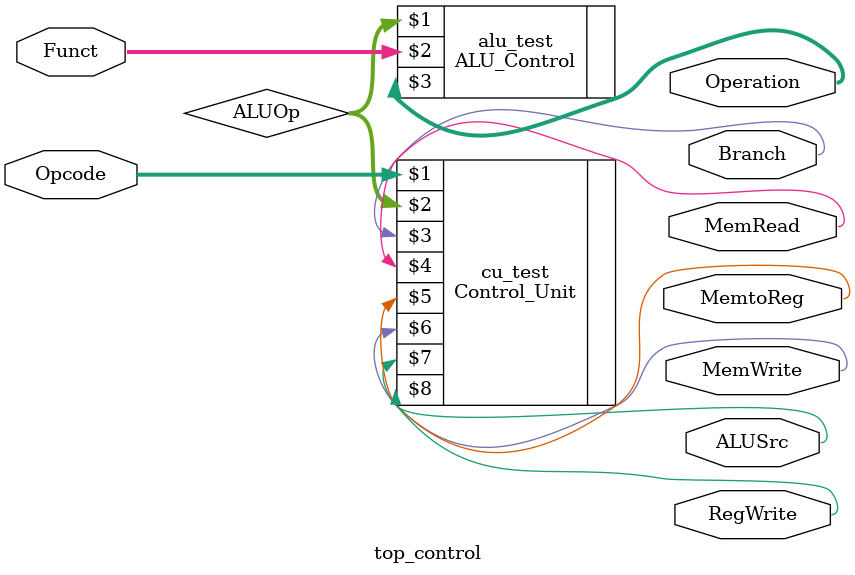
<source format=v>
`timescale 1ns / 1ps

module top_control(
    input [6:0] Opcode,           // 7-bit input Opcode representing instruction type
    input [3:0] Funct,           // 4-bit function code for ALU operation
    output Branch,                // Branch control signal
    output MemRead,               // Memory Read control signal
    output MemtoReg,              // Memory to Register control signal
    output MemWrite,              // Memory Write control signal
    output ALUSrc,                // ALU Source control signal (use of immediate or register)
    output RegWrite,              // Register Write control signal
    output [3:0] Operation        // ALU operation output
    );
    
    wire [1:0] ALUOp;  // Intermediate ALU operation control signal
    
    // Instantiate Control Unit to generate control signals based on Opcode
    Control_Unit cu_test(Opcode, ALUOp, Branch, MemRead, MemtoReg, MemWrite, ALUSrc, RegWrite);
    
    // Instantiate ALU Control to generate the ALU operation based on ALUOp
    ALU_Control alu_test(ALUOp, Funct, Operation);
    
endmodule


</source>
